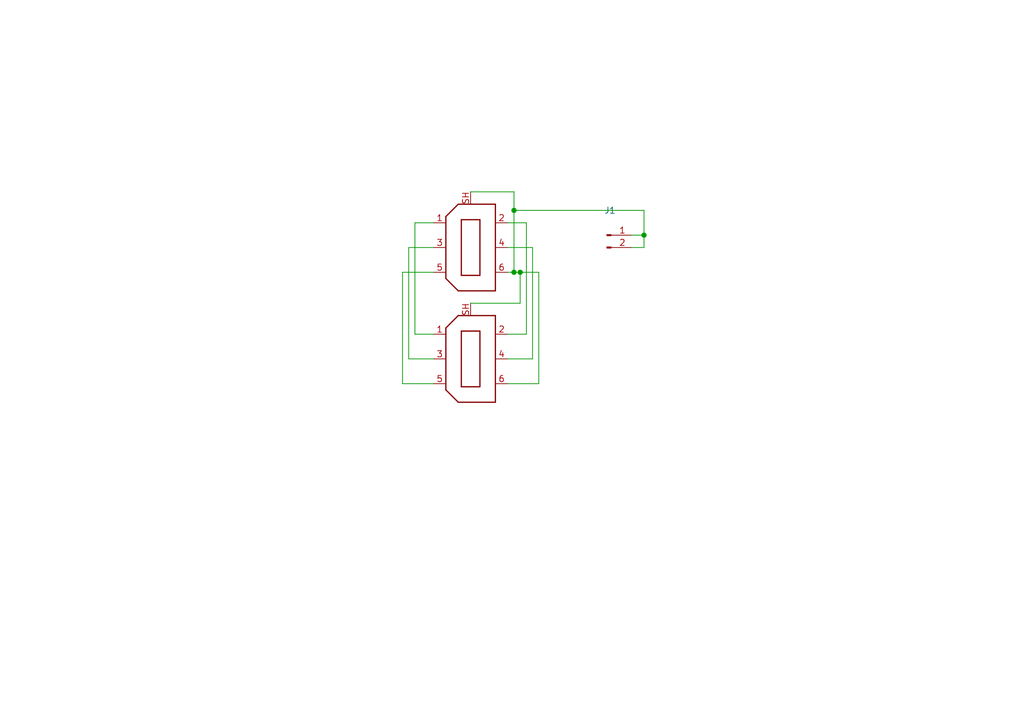
<source format=kicad_sch>
(kicad_sch
	(version 20231120)
	(generator "eeschema")
	(generator_version "8.0")
	(uuid "e45b80a9-d62d-4736-876e-b4ce51829769")
	(paper "A5")
	(title_block
		(title "SGB-MBCx Link Port Adapter")
		(date "2024-04-03")
		(rev "1.0")
		(company "Mouse Bite Labs")
		(comment 1 "https://github.com/MouseBiteLabs")
	)
	(lib_symbols
		(symbol "Connector:Conn_01x02_Pin"
			(pin_names
				(offset 1.016) hide)
			(exclude_from_sim no)
			(in_bom yes)
			(on_board yes)
			(property "Reference" "J"
				(at 0 2.54 0)
				(effects
					(font
						(size 1.27 1.27)
					)
				)
			)
			(property "Value" "Conn_01x02_Pin"
				(at 0 -5.08 0)
				(effects
					(font
						(size 1.27 1.27)
					)
				)
			)
			(property "Footprint" ""
				(at 0 0 0)
				(effects
					(font
						(size 1.27 1.27)
					)
					(hide yes)
				)
			)
			(property "Datasheet" "~"
				(at 0 0 0)
				(effects
					(font
						(size 1.27 1.27)
					)
					(hide yes)
				)
			)
			(property "Description" "Generic connector, single row, 01x02, script generated"
				(at 0 0 0)
				(effects
					(font
						(size 1.27 1.27)
					)
					(hide yes)
				)
			)
			(property "ki_locked" ""
				(at 0 0 0)
				(effects
					(font
						(size 1.27 1.27)
					)
				)
			)
			(property "ki_keywords" "connector"
				(at 0 0 0)
				(effects
					(font
						(size 1.27 1.27)
					)
					(hide yes)
				)
			)
			(property "ki_fp_filters" "Connector*:*_1x??_*"
				(at 0 0 0)
				(effects
					(font
						(size 1.27 1.27)
					)
					(hide yes)
				)
			)
			(symbol "Conn_01x02_Pin_1_1"
				(polyline
					(pts
						(xy 1.27 -2.54) (xy 0.8636 -2.54)
					)
					(stroke
						(width 0.1524)
						(type default)
					)
					(fill
						(type none)
					)
				)
				(polyline
					(pts
						(xy 1.27 0) (xy 0.8636 0)
					)
					(stroke
						(width 0.1524)
						(type default)
					)
					(fill
						(type none)
					)
				)
				(rectangle
					(start 0.8636 -2.413)
					(end 0 -2.667)
					(stroke
						(width 0.1524)
						(type default)
					)
					(fill
						(type outline)
					)
				)
				(rectangle
					(start 0.8636 0.127)
					(end 0 -0.127)
					(stroke
						(width 0.1524)
						(type default)
					)
					(fill
						(type outline)
					)
				)
				(pin passive line
					(at 5.08 0 180)
					(length 3.81)
					(name "Pin_1"
						(effects
							(font
								(size 1.27 1.27)
							)
						)
					)
					(number "1"
						(effects
							(font
								(size 1.27 1.27)
							)
						)
					)
				)
				(pin passive line
					(at 5.08 -2.54 180)
					(length 3.81)
					(name "Pin_2"
						(effects
							(font
								(size 1.27 1.27)
							)
						)
					)
					(number "2"
						(effects
							(font
								(size 1.27 1.27)
							)
						)
					)
				)
			)
		)
		(symbol "LINKPORTCGB-LINK_1"
			(exclude_from_sim no)
			(in_bom yes)
			(on_board yes)
			(property "Reference" "P1"
				(at -7.62 10.16 0)
				(effects
					(font
						(size 1.778 1.5113)
					)
					(justify left bottom)
					(hide yes)
				)
			)
			(property "Value" "LINKPORTCGB-LINK"
				(at 0 0 0)
				(effects
					(font
						(size 1.27 1.27)
					)
					(hide yes)
				)
			)
			(property "Footprint" "Gekkio_Connector:GameBoy_LinkPort_MGB_Horizontal"
				(at 0 0 0)
				(effects
					(font
						(size 1.27 1.27)
					)
					(hide yes)
				)
			)
			(property "Datasheet" ""
				(at 0 0 0)
				(effects
					(font
						(size 1.27 1.27)
					)
					(hide yes)
				)
			)
			(property "Description" ""
				(at 0 0 0)
				(effects
					(font
						(size 1.27 1.27)
					)
					(hide yes)
				)
			)
			(property "ki_locked" ""
				(at 0 0 0)
				(effects
					(font
						(size 1.27 1.27)
					)
				)
			)
			(symbol "LINKPORTCGB-LINK_1_1_0"
				(polyline
					(pts
						(xy -5.08 -6.35) (xy -2.54 -8.89)
					)
					(stroke
						(width 0.254)
						(type solid)
					)
					(fill
						(type none)
					)
				)
				(polyline
					(pts
						(xy -5.08 6.35) (xy -5.08 -6.35)
					)
					(stroke
						(width 0.254)
						(type solid)
					)
					(fill
						(type none)
					)
				)
				(polyline
					(pts
						(xy -2.54 -8.89) (xy 5.08 -8.89)
					)
					(stroke
						(width 0.254)
						(type solid)
					)
					(fill
						(type none)
					)
				)
				(polyline
					(pts
						(xy -2.54 8.89) (xy -5.08 6.35)
					)
					(stroke
						(width 0.254)
						(type solid)
					)
					(fill
						(type none)
					)
				)
				(polyline
					(pts
						(xy -1.905 -5.715) (xy 1.905 -5.715)
					)
					(stroke
						(width 0.254)
						(type solid)
					)
					(fill
						(type none)
					)
				)
				(polyline
					(pts
						(xy -1.905 5.715) (xy -1.905 -5.715)
					)
					(stroke
						(width 0.254)
						(type solid)
					)
					(fill
						(type none)
					)
				)
				(polyline
					(pts
						(xy 1.905 5.715) (xy -1.905 5.715)
					)
					(stroke
						(width 0.254)
						(type solid)
					)
					(fill
						(type none)
					)
				)
				(polyline
					(pts
						(xy 1.905 5.715) (xy 1.905 -5.715)
					)
					(stroke
						(width 0.254)
						(type solid)
					)
					(fill
						(type none)
					)
				)
				(polyline
					(pts
						(xy 5.08 -8.89) (xy 5.08 8.89)
					)
					(stroke
						(width 0.254)
						(type solid)
					)
					(fill
						(type none)
					)
				)
				(polyline
					(pts
						(xy 5.08 8.89) (xy -2.54 8.89)
					)
					(stroke
						(width 0.254)
						(type solid)
					)
					(fill
						(type none)
					)
				)
				(pin bidirectional line
					(at -7.62 5.08 0)
					(length 2.54)
					(name "+5V"
						(effects
							(font
								(size 0 0)
							)
						)
					)
					(number "1"
						(effects
							(font
								(size 1.27 1.27)
							)
						)
					)
				)
				(pin bidirectional line
					(at 7.62 5.08 180)
					(length 2.54)
					(name "OUT"
						(effects
							(font
								(size 0 0)
							)
						)
					)
					(number "2"
						(effects
							(font
								(size 1.27 1.27)
							)
						)
					)
				)
				(pin bidirectional line
					(at -7.62 0 0)
					(length 2.54)
					(name "IN"
						(effects
							(font
								(size 0 0)
							)
						)
					)
					(number "3"
						(effects
							(font
								(size 1.27 1.27)
							)
						)
					)
				)
				(pin bidirectional line
					(at 7.62 0 180)
					(length 2.54)
					(name "SD"
						(effects
							(font
								(size 0 0)
							)
						)
					)
					(number "4"
						(effects
							(font
								(size 1.27 1.27)
							)
						)
					)
				)
				(pin bidirectional line
					(at -7.62 -5.08 0)
					(length 2.54)
					(name "CLK"
						(effects
							(font
								(size 0 0)
							)
						)
					)
					(number "5"
						(effects
							(font
								(size 1.27 1.27)
							)
						)
					)
				)
				(pin bidirectional line
					(at 7.62 -5.08 180)
					(length 2.54)
					(name "GND"
						(effects
							(font
								(size 0 0)
							)
						)
					)
					(number "6"
						(effects
							(font
								(size 1.27 1.27)
							)
						)
					)
				)
			)
			(symbol "LINKPORTCGB-LINK_1_1_1"
				(pin power_out line
					(at 0 11.43 270)
					(length 2.54)
					(name ""
						(effects
							(font
								(size 1.27 1.27)
							)
						)
					)
					(number "SH"
						(effects
							(font
								(size 1.27 1.27)
							)
						)
					)
				)
			)
			(symbol "LINKPORTCGB-LINK_1_2_0"
				(pin power_in line
					(at 0 7.62 270)
					(length 5.08)
					(name "GND"
						(effects
							(font
								(size 0 0)
							)
						)
					)
					(number "P$7"
						(effects
							(font
								(size 1.27 1.27)
							)
						)
					)
				)
			)
			(symbol "LINKPORTCGB-LINK_1_3_0"
				(pin power_in line
					(at 0 7.62 270)
					(length 5.08)
					(name "GND"
						(effects
							(font
								(size 0 0)
							)
						)
					)
					(number "P$10"
						(effects
							(font
								(size 1.27 1.27)
							)
						)
					)
				)
			)
		)
		(symbol "MGBC-MBL-01_2_1-eagle-import:LINKPORTCGB-LINK"
			(exclude_from_sim no)
			(in_bom yes)
			(on_board yes)
			(property "Reference" "P2"
				(at -7.62 10.16 0)
				(effects
					(font
						(size 1.778 1.5113)
					)
					(justify left bottom)
					(hide yes)
				)
			)
			(property "Value" "LINKPORTCGB-LINK"
				(at 0 0 0)
				(effects
					(font
						(size 1.27 1.27)
					)
					(hide yes)
				)
			)
			(property "Footprint" "Gekkio_Connector:GameBoy_LinkPort_MGB_Horizontal"
				(at 0 0 0)
				(effects
					(font
						(size 1.27 1.27)
					)
					(hide yes)
				)
			)
			(property "Datasheet" ""
				(at 0 0 0)
				(effects
					(font
						(size 1.27 1.27)
					)
					(hide yes)
				)
			)
			(property "Description" ""
				(at 0 0 0)
				(effects
					(font
						(size 1.27 1.27)
					)
					(hide yes)
				)
			)
			(property "ki_locked" ""
				(at 0 0 0)
				(effects
					(font
						(size 1.27 1.27)
					)
				)
			)
			(symbol "LINKPORTCGB-LINK_1_0"
				(polyline
					(pts
						(xy -5.08 -6.35) (xy -2.54 -8.89)
					)
					(stroke
						(width 0.254)
						(type solid)
					)
					(fill
						(type none)
					)
				)
				(polyline
					(pts
						(xy -5.08 6.35) (xy -5.08 -6.35)
					)
					(stroke
						(width 0.254)
						(type solid)
					)
					(fill
						(type none)
					)
				)
				(polyline
					(pts
						(xy -2.54 -8.89) (xy 5.08 -8.89)
					)
					(stroke
						(width 0.254)
						(type solid)
					)
					(fill
						(type none)
					)
				)
				(polyline
					(pts
						(xy -2.54 8.89) (xy -5.08 6.35)
					)
					(stroke
						(width 0.254)
						(type solid)
					)
					(fill
						(type none)
					)
				)
				(polyline
					(pts
						(xy -1.905 -5.715) (xy 1.905 -5.715)
					)
					(stroke
						(width 0.254)
						(type solid)
					)
					(fill
						(type none)
					)
				)
				(polyline
					(pts
						(xy -1.905 5.715) (xy -1.905 -5.715)
					)
					(stroke
						(width 0.254)
						(type solid)
					)
					(fill
						(type none)
					)
				)
				(polyline
					(pts
						(xy 1.905 5.715) (xy -1.905 5.715)
					)
					(stroke
						(width 0.254)
						(type solid)
					)
					(fill
						(type none)
					)
				)
				(polyline
					(pts
						(xy 1.905 5.715) (xy 1.905 -5.715)
					)
					(stroke
						(width 0.254)
						(type solid)
					)
					(fill
						(type none)
					)
				)
				(polyline
					(pts
						(xy 5.08 -8.89) (xy 5.08 8.89)
					)
					(stroke
						(width 0.254)
						(type solid)
					)
					(fill
						(type none)
					)
				)
				(polyline
					(pts
						(xy 5.08 8.89) (xy -2.54 8.89)
					)
					(stroke
						(width 0.254)
						(type solid)
					)
					(fill
						(type none)
					)
				)
				(pin bidirectional line
					(at -7.62 5.08 0)
					(length 2.54)
					(name "+5V"
						(effects
							(font
								(size 0 0)
							)
						)
					)
					(number "1"
						(effects
							(font
								(size 1.27 1.27)
							)
						)
					)
				)
				(pin bidirectional line
					(at 7.62 5.08 180)
					(length 2.54)
					(name "OUT"
						(effects
							(font
								(size 0 0)
							)
						)
					)
					(number "2"
						(effects
							(font
								(size 1.27 1.27)
							)
						)
					)
				)
				(pin bidirectional line
					(at -7.62 0 0)
					(length 2.54)
					(name "IN"
						(effects
							(font
								(size 0 0)
							)
						)
					)
					(number "3"
						(effects
							(font
								(size 1.27 1.27)
							)
						)
					)
				)
				(pin bidirectional line
					(at 7.62 0 180)
					(length 2.54)
					(name "SD"
						(effects
							(font
								(size 0 0)
							)
						)
					)
					(number "4"
						(effects
							(font
								(size 1.27 1.27)
							)
						)
					)
				)
				(pin bidirectional line
					(at -7.62 -5.08 0)
					(length 2.54)
					(name "CLK"
						(effects
							(font
								(size 0 0)
							)
						)
					)
					(number "5"
						(effects
							(font
								(size 1.27 1.27)
							)
						)
					)
				)
				(pin bidirectional line
					(at 7.62 -5.08 180)
					(length 2.54)
					(name "GND"
						(effects
							(font
								(size 0 0)
							)
						)
					)
					(number "6"
						(effects
							(font
								(size 1.27 1.27)
							)
						)
					)
				)
			)
			(symbol "LINKPORTCGB-LINK_1_1"
				(pin power_out line
					(at 0 11.43 270)
					(length 2.54)
					(name ""
						(effects
							(font
								(size 1.27 1.27)
							)
						)
					)
					(number "SH"
						(effects
							(font
								(size 1.27 1.27)
							)
						)
					)
				)
			)
			(symbol "LINKPORTCGB-LINK_2_0"
				(pin power_in line
					(at 0 7.62 270)
					(length 5.08)
					(name "GND"
						(effects
							(font
								(size 0 0)
							)
						)
					)
					(number "P$7"
						(effects
							(font
								(size 1.27 1.27)
							)
						)
					)
				)
			)
			(symbol "LINKPORTCGB-LINK_3_0"
				(pin power_in line
					(at 0 7.62 270)
					(length 5.08)
					(name "GND"
						(effects
							(font
								(size 0 0)
							)
						)
					)
					(number "P$10"
						(effects
							(font
								(size 1.27 1.27)
							)
						)
					)
				)
			)
		)
	)
	(junction
		(at 106.68 55.88)
		(diameter 0)
		(color 0 0 0 0)
		(uuid "70654754-5fe2-414f-9cdb-a3f9b9e44b92")
	)
	(junction
		(at 132.08 48.26)
		(diameter 0)
		(color 0 0 0 0)
		(uuid "c95173e0-f67e-4238-abea-75caccbd2458")
	)
	(junction
		(at 105.41 55.88)
		(diameter 0)
		(color 0 0 0 0)
		(uuid "d6b4460d-15a3-4566-8da9-d61def445f3b")
	)
	(junction
		(at 105.41 43.18)
		(diameter 0)
		(color 0 0 0 0)
		(uuid "e1548732-4163-472d-a5e9-245cd2df9335")
	)
	(wire
		(pts
			(xy 105.41 39.37) (xy 105.41 43.18)
		)
		(stroke
			(width 0)
			(type default)
		)
		(uuid "064e961f-8127-4044-8e00-cf72f6be87d0")
	)
	(wire
		(pts
			(xy 110.49 78.74) (xy 110.49 55.88)
		)
		(stroke
			(width 0)
			(type default)
		)
		(uuid "10abbbda-b195-4488-9715-1628f2ed3cfc")
	)
	(wire
		(pts
			(xy 110.49 55.88) (xy 106.68 55.88)
		)
		(stroke
			(width 0)
			(type default)
		)
		(uuid "19907eba-9dc0-4c4d-bb07-5cbd7dcbcfc5")
	)
	(wire
		(pts
			(xy 85.09 45.72) (xy 85.09 68.58)
		)
		(stroke
			(width 0)
			(type default)
		)
		(uuid "2abe5d86-cc9e-4752-a191-f811d7745c4e")
	)
	(wire
		(pts
			(xy 96.52 39.37) (xy 105.41 39.37)
		)
		(stroke
			(width 0)
			(type default)
		)
		(uuid "2cee0384-ac39-47bd-a2fe-972e357ad21c")
	)
	(wire
		(pts
			(xy 88.9 55.88) (xy 82.55 55.88)
		)
		(stroke
			(width 0)
			(type default)
		)
		(uuid "357df2ab-f9bc-4362-8e65-617841166573")
	)
	(wire
		(pts
			(xy 105.41 43.18) (xy 105.41 55.88)
		)
		(stroke
			(width 0)
			(type default)
		)
		(uuid "3e245642-e54e-4976-bf6c-cea33a389844")
	)
	(wire
		(pts
			(xy 96.52 62.23) (xy 106.68 62.23)
		)
		(stroke
			(width 0)
			(type default)
		)
		(uuid "3eb95c06-0832-4d6d-a3c1-19a5a3849c5c")
	)
	(wire
		(pts
			(xy 106.68 55.88) (xy 105.41 55.88)
		)
		(stroke
			(width 0)
			(type default)
		)
		(uuid "423457fc-0e40-48d7-ba78-5e9c63066656")
	)
	(wire
		(pts
			(xy 132.08 43.18) (xy 132.08 48.26)
		)
		(stroke
			(width 0)
			(type default)
		)
		(uuid "444dfb45-c2e0-4ac0-85db-8c4e8ff2166c")
	)
	(wire
		(pts
			(xy 105.41 55.88) (xy 104.14 55.88)
		)
		(stroke
			(width 0)
			(type default)
		)
		(uuid "5fce8e3f-733d-4014-993e-118f7da8f478")
	)
	(wire
		(pts
			(xy 106.68 62.23) (xy 106.68 55.88)
		)
		(stroke
			(width 0)
			(type default)
		)
		(uuid "65103106-732f-4063-a1a3-de8a53e4464c")
	)
	(wire
		(pts
			(xy 109.22 73.66) (xy 104.14 73.66)
		)
		(stroke
			(width 0)
			(type default)
		)
		(uuid "68d3dfc9-3b58-4eaa-be95-ba785957eb94")
	)
	(wire
		(pts
			(xy 107.95 45.72) (xy 104.14 45.72)
		)
		(stroke
			(width 0)
			(type default)
		)
		(uuid "74fcd528-b7da-48e1-b6aa-200e9935295d")
	)
	(wire
		(pts
			(xy 83.82 50.8) (xy 88.9 50.8)
		)
		(stroke
			(width 0)
			(type default)
		)
		(uuid "7e199caa-8227-43da-a0d2-787797cc75a0")
	)
	(wire
		(pts
			(xy 82.55 78.74) (xy 88.9 78.74)
		)
		(stroke
			(width 0)
			(type default)
		)
		(uuid "8edda7ae-b8b9-4a12-a011-38ebde56e598")
	)
	(wire
		(pts
			(xy 107.95 68.58) (xy 107.95 45.72)
		)
		(stroke
			(width 0)
			(type default)
		)
		(uuid "9243f97c-3d3c-4f57-84d2-bf146af1f33b")
	)
	(wire
		(pts
			(xy 104.14 78.74) (xy 110.49 78.74)
		)
		(stroke
			(width 0)
			(type default)
		)
		(uuid "9fa66b44-c6b4-47c1-831d-0021c89cab71")
	)
	(wire
		(pts
			(xy 105.41 43.18) (xy 132.08 43.18)
		)
		(stroke
			(width 0)
			(type default)
		)
		(uuid "c2442c41-0109-40ac-b8d5-c44b9fbb9112")
	)
	(wire
		(pts
			(xy 104.14 68.58) (xy 107.95 68.58)
		)
		(stroke
			(width 0)
			(type default)
		)
		(uuid "c481aa56-36c3-4c76-b409-e955eefd57e7")
	)
	(wire
		(pts
			(xy 88.9 73.66) (xy 83.82 73.66)
		)
		(stroke
			(width 0)
			(type default)
		)
		(uuid "d7d3c0ed-0580-422c-b700-5e6da9e3536c")
	)
	(wire
		(pts
			(xy 129.54 50.8) (xy 132.08 50.8)
		)
		(stroke
			(width 0)
			(type default)
		)
		(uuid "dce6691e-17b0-4a7e-a6d5-8a3ea0e0c5f9")
	)
	(wire
		(pts
			(xy 104.14 50.8) (xy 109.22 50.8)
		)
		(stroke
			(width 0)
			(type default)
		)
		(uuid "e243b24f-bbe3-45b0-a673-fc7695263b89")
	)
	(wire
		(pts
			(xy 109.22 50.8) (xy 109.22 73.66)
		)
		(stroke
			(width 0)
			(type default)
		)
		(uuid "e34312a4-f999-4f0b-92f8-de0075708146")
	)
	(wire
		(pts
			(xy 88.9 45.72) (xy 85.09 45.72)
		)
		(stroke
			(width 0)
			(type default)
		)
		(uuid "e4f8332c-ca92-4101-9134-6df68d27eb44")
	)
	(wire
		(pts
			(xy 85.09 68.58) (xy 88.9 68.58)
		)
		(stroke
			(width 0)
			(type default)
		)
		(uuid "e53b8571-f955-4e4e-9561-2d2580fcbd0f")
	)
	(wire
		(pts
			(xy 82.55 55.88) (xy 82.55 78.74)
		)
		(stroke
			(width 0)
			(type default)
		)
		(uuid "e96b0d78-4b3d-4030-bdc2-193adece956c")
	)
	(wire
		(pts
			(xy 132.08 50.8) (xy 132.08 48.26)
		)
		(stroke
			(width 0)
			(type default)
		)
		(uuid "ee8bd3e9-173d-4d3c-a117-86c1c2e84aac")
	)
	(wire
		(pts
			(xy 83.82 73.66) (xy 83.82 50.8)
		)
		(stroke
			(width 0)
			(type default)
		)
		(uuid "f31f6310-2501-4e59-8965-01781e5a3e4d")
	)
	(wire
		(pts
			(xy 132.08 48.26) (xy 129.54 48.26)
		)
		(stroke
			(width 0)
			(type default)
		)
		(uuid "ffba27e6-d90b-4d14-8548-d342a6520ca8")
	)
	(symbol
		(lib_id "Connector:Conn_01x02_Pin")
		(at 124.46 48.26 0)
		(unit 1)
		(exclude_from_sim no)
		(in_bom yes)
		(on_board yes)
		(dnp no)
		(fields_autoplaced yes)
		(uuid "2f0e46e0-e7e3-4cbd-8866-18bd9e20147b")
		(property "Reference" "J1"
			(at 125.095 43.18 0)
			(effects
				(font
					(size 1.27 1.27)
				)
			)
		)
		(property "Value" "Conn_01x02_Pin"
			(at 125.095 45.72 0)
			(effects
				(font
					(size 1.27 1.27)
				)
				(hide yes)
			)
		)
		(property "Footprint" "Connector_PinHeader_2.54mm:PinHeader_1x02_P2.54mm_Vertical"
			(at 124.46 48.26 0)
			(effects
				(font
					(size 1.27 1.27)
				)
				(hide yes)
			)
		)
		(property "Datasheet" "~"
			(at 124.46 48.26 0)
			(effects
				(font
					(size 1.27 1.27)
				)
				(hide yes)
			)
		)
		(property "Description" "Generic connector, single row, 01x02, script generated"
			(at 124.46 48.26 0)
			(effects
				(font
					(size 1.27 1.27)
				)
				(hide yes)
			)
		)
		(pin "2"
			(uuid "a0c7370d-c095-49c8-9d53-c28e3c3d4b55")
		)
		(pin "1"
			(uuid "cf20e03e-40c2-4d35-a849-deddd604726b")
		)
		(instances
			(project "link_adapter_1-2"
				(path "/e45b80a9-d62d-4736-876e-b4ce51829769"
					(reference "J1")
					(unit 1)
				)
			)
		)
	)
	(symbol
		(lib_id "MGBC-MBL-01_2_1-eagle-import:LINKPORTCGB-LINK")
		(at 96.52 50.8 0)
		(unit 1)
		(exclude_from_sim no)
		(in_bom yes)
		(on_board yes)
		(dnp no)
		(uuid "3c697e7c-1510-44ec-9c4d-00e287171f53")
		(property "Reference" "P2"
			(at 88.9 40.64 0)
			(effects
				(font
					(size 1.778 1.5113)
				)
				(justify left bottom)
				(hide yes)
			)
		)
		(property "Value" "LINKPORTCGB-LINK"
			(at 96.52 50.8 0)
			(effects
				(font
					(size 1.27 1.27)
				)
				(hide yes)
			)
		)
		(property "Footprint" "Gekkio_Connector:GameBoy_LinkPort_MGB_Horizontal"
			(at 96.52 50.8 0)
			(effects
				(font
					(size 1.27 1.27)
				)
				(hide yes)
			)
		)
		(property "Datasheet" ""
			(at 96.52 50.8 0)
			(effects
				(font
					(size 1.27 1.27)
				)
				(hide yes)
			)
		)
		(property "Description" ""
			(at 96.52 50.8 0)
			(effects
				(font
					(size 1.27 1.27)
				)
				(hide yes)
			)
		)
		(pin "3"
			(uuid "57a8f16e-2acb-4701-b7d6-4dbeeacc3af3")
		)
		(pin "4"
			(uuid "1ac126d5-0eaf-4505-a32a-8d3712f35a8f")
		)
		(pin "1"
			(uuid "13bf8440-a072-4edd-b75e-d9060808b13f")
		)
		(pin "P$10"
			(uuid "f4906a34-e141-4a82-9eaf-27c3b3cb24f7")
		)
		(pin "P$7"
			(uuid "98526c6a-a65f-49d9-bd0c-18fe55dc322c")
		)
		(pin "2"
			(uuid "f3dedca7-8559-4740-96f3-428359984d6d")
		)
		(pin "6"
			(uuid "92ddf8af-8df3-47a3-a3d9-793bbc0bb658")
		)
		(pin "5"
			(uuid "781cc277-7ea2-4dd4-946f-21453b797916")
		)
		(pin "SH"
			(uuid "2b106b38-7096-4b37-a31a-1ae253410b82")
		)
		(instances
			(project "link_adapter_1-2"
				(path "/e45b80a9-d62d-4736-876e-b4ce51829769"
					(reference "P2")
					(unit 1)
				)
			)
		)
	)
	(symbol
		(lib_name "LINKPORTCGB-LINK_1")
		(lib_id "MGBC-MBL-01_2_1-eagle-import:LINKPORTCGB-LINK")
		(at 96.52 73.66 0)
		(unit 1)
		(exclude_from_sim no)
		(in_bom yes)
		(on_board yes)
		(dnp no)
		(uuid "87ec1322-39ad-4810-9675-baef5d09df06")
		(property "Reference" "P1"
			(at 88.9 63.5 0)
			(effects
				(font
					(size 1.778 1.5113)
				)
				(justify left bottom)
				(hide yes)
			)
		)
		(property "Value" "LINKPORTCGB-LINK"
			(at 96.52 73.66 0)
			(effects
				(font
					(size 1.27 1.27)
				)
				(hide yes)
			)
		)
		(property "Footprint" "Gekkio_Connector:GameBoy_LinkPort_MGB_Horizontal"
			(at 96.52 73.66 0)
			(effects
				(font
					(size 1.27 1.27)
				)
				(hide yes)
			)
		)
		(property "Datasheet" ""
			(at 96.52 73.66 0)
			(effects
				(font
					(size 1.27 1.27)
				)
				(hide yes)
			)
		)
		(property "Description" ""
			(at 96.52 73.66 0)
			(effects
				(font
					(size 1.27 1.27)
				)
				(hide yes)
			)
		)
		(pin "3"
			(uuid "d47cf114-4e59-4080-8c62-4b9fd32df25e")
		)
		(pin "4"
			(uuid "cd4a6c7b-d75b-47e4-9a70-dac0cc93cae1")
		)
		(pin "1"
			(uuid "2b0579b6-da51-452c-9d15-ff3c65325e3a")
		)
		(pin "P$10"
			(uuid "f4906a34-e141-4a82-9eaf-27c3b3cb24f8")
		)
		(pin "P$7"
			(uuid "98526c6a-a65f-49d9-bd0c-18fe55dc322d")
		)
		(pin "2"
			(uuid "1d05f725-093a-4491-a0ec-c8018f62641b")
		)
		(pin "6"
			(uuid "b8b4e00b-7a95-4356-8f91-5d7cb279f5d4")
		)
		(pin "5"
			(uuid "5c8b9119-4851-4bfc-821f-574285b8b651")
		)
		(pin "SH"
			(uuid "80a892da-4591-41ad-8965-d23f70a5aa8d")
		)
		(instances
			(project "link_adapter_1-2"
				(path "/e45b80a9-d62d-4736-876e-b4ce51829769"
					(reference "P1")
					(unit 1)
				)
			)
		)
	)
	(sheet_instances
		(path "/"
			(page "1")
		)
	)
)
</source>
